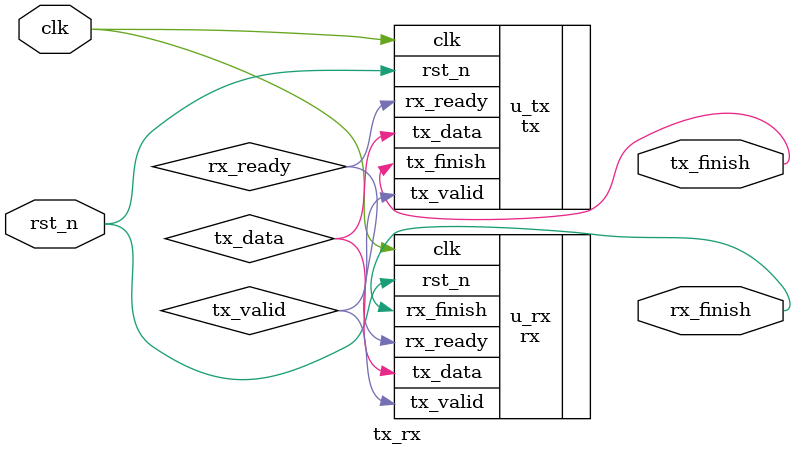
<source format=sv>

module tx_rx (
    output logic rx_finish,    
    output logic tx_finish,    
    input  logic clk,          
    input  logic rst_n         
);

	// Internal Signals
	logic tx_data;
	logic tx_valid;
	logic rx_ready;
	
	//-----------------------------------------
	// TX Block Instantiation
	// ----------------------------------------
	
	tx u_tx (
	     .clk(clk),
	     .rst_n(rst_n),
	     .rx_ready(rx_ready),
	     .tx_data(tx_data),
	     .tx_valid(tx_valid),
	     .tx_finish(tx_finish)
	     );
	  
	//-----------------------------------------
	// RX Block Instantiation
	// ----------------------------------------
	
	rx u_rx (
	     .clk(clk),
	     .rst_n(rst_n),
	     .tx_data(tx_data),
	     .tx_valid(tx_valid),
	     .rx_ready(rx_ready),
	     .rx_finish(rx_finish)
	     );
	        
	     
endmodule


</source>
